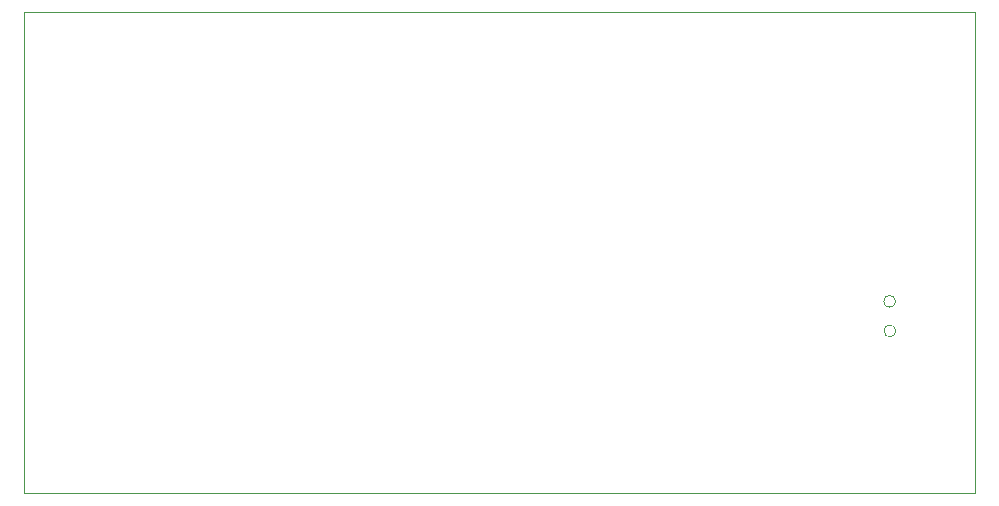
<source format=gbr>
%TF.GenerationSoftware,KiCad,Pcbnew,7.0.10*%
%TF.CreationDate,2024-02-02T07:47:17+01:00*%
%TF.ProjectId,stm32_esp32_pcb,73746d33-325f-4657-9370-33325f706362,rev?*%
%TF.SameCoordinates,Original*%
%TF.FileFunction,Profile,NP*%
%FSLAX46Y46*%
G04 Gerber Fmt 4.6, Leading zero omitted, Abs format (unit mm)*
G04 Created by KiCad (PCBNEW 7.0.10) date 2024-02-02 07:47:17*
%MOMM*%
%LPD*%
G01*
G04 APERTURE LIST*
%TA.AperFunction,Profile*%
%ADD10C,0.100000*%
%TD*%
%TA.AperFunction,Profile*%
%ADD11C,0.050000*%
%TD*%
G04 APERTURE END LIST*
D10*
X210000000Y-49000000D02*
X210000000Y-89750000D01*
D11*
X203275000Y-76000000D02*
G75*
G03*
X202275000Y-76000000I-500000J0D01*
G01*
X202275000Y-76000000D02*
G75*
G03*
X203275000Y-76000000I500000J0D01*
G01*
D10*
X129500000Y-89750000D02*
X129500000Y-49000000D01*
D11*
X203250000Y-73500000D02*
G75*
G03*
X202250000Y-73500000I-500000J0D01*
G01*
X202250000Y-73500000D02*
G75*
G03*
X203250000Y-73500000I500000J0D01*
G01*
D10*
X129500000Y-49000000D02*
X210000000Y-49000000D01*
X210000000Y-89750000D02*
X129500000Y-89750000D01*
M02*

</source>
